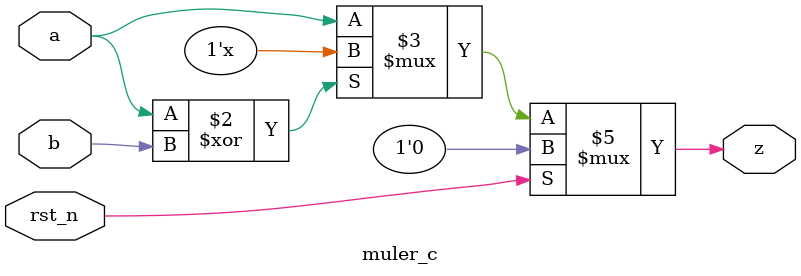
<source format=v>
`timescale 1ns / 1ps



module muler_c(
input a,
input b,
input rst_n,
output reg z
    );
always @(*)
    begin
        if(rst_n)
            z<=1'b0;
         else
             z<=(a^b)?z:a;
     end

endmodule

</source>
